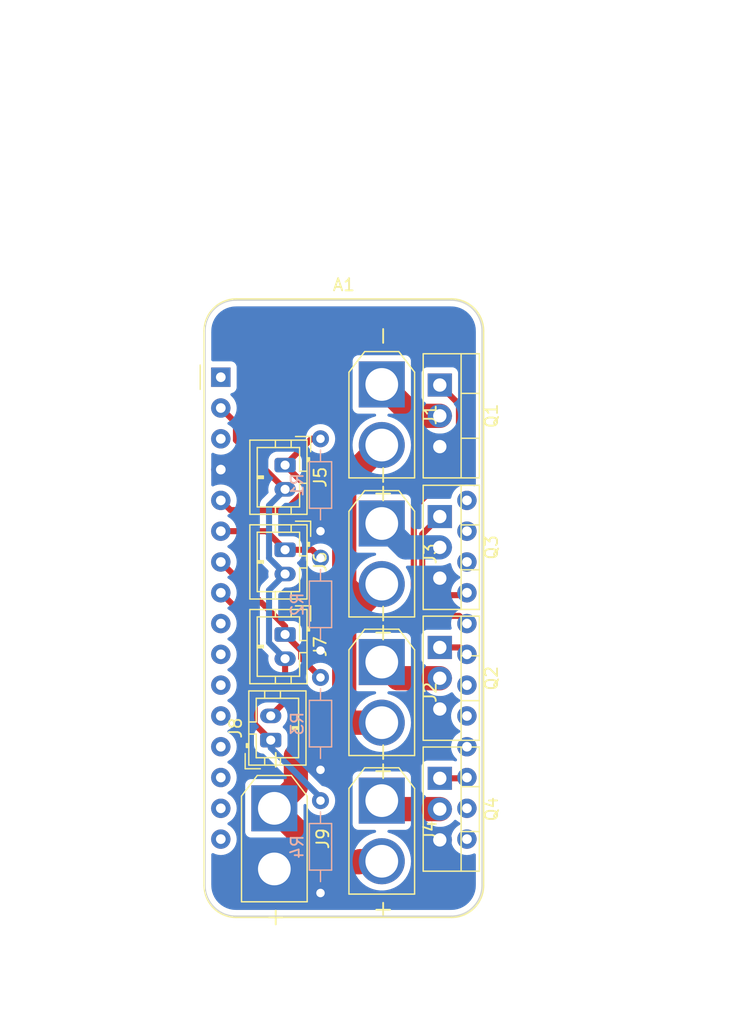
<source format=kicad_pcb>
(kicad_pcb (version 20211014) (generator pcbnew)
  (layers (0 "F.Cu" signal) (31 "B.Cu" signal) (34 "B.Paste" user) (35 "F.Paste" user) (36 "B.SilkS" user "B.Silkscreen") (37 "F.SilkS" user "F.Silkscreen") (38 "B.Mask" user) (39 "F.Mask" user) (44 "Edge.Cuts" user))
  (net 0 "")
  (net 1 "GND")
  (net 2 "D0")
  (net 3 "D1")
  (net 4 "D2")
  (net 5 "D3")
  (net 6 "+12V")
  (net 7 "Net-(J1-Pad1)")
  (net 8 "Net-(J2-Pad1)")
  (net 9 "Net-(J3-Pad1)")
  (net 10 "Net-(J4-Pad1)")
  (net 11 "RESET")
  (net 12 "3V3")
  (net 13 "AREF")
  (net 14 "A0")
  (net 15 "A1")
  (net 16 "A2")
  (net 17 "A3")
  (net 18 "A4")
  (net 19 "A5")
  (net 20 "SCK")
  (net 21 "MOSI")
  (net 22 "MISO")
  (net 23 "RX")
  (net 24 "TX")
  (net 25 "SPARE")
  (net 26 "SDA")
  (net 27 "SCL")
  (net 28 "D4")
  (net 29 "D5")
  (net 30 "D6")
  (net 31 "USB")
  (net 32 "EN")
  (net 33 "VBAT")
  (footprint "Connector_AMASS:AMASS_XT30U-M_1x02_P5.0mm_Vertical" (layer "F.Cu") (at 107.294189 64.095 -90)
    (fp_text reference "J1" (at 2.5 -4 90) (layer "F.SilkS"))
    (fp_text value "12V Out")
    (fp_text user "+" (at 9 0 90) (layer "F.SilkS") (effects (font (size 1.5 1.5))))
    (fp_text user "-" (at -4 0 90) (layer "F.SilkS") (effects (font (size 1.5 1.5))))
    (fp_line (start -2.71 -1.41) (end -1.01 -2.71) (layer "F.SilkS") (width 0.12))
    (fp_line (start -1.01 -2.71) (end 7.71 -2.71) (layer "F.SilkS") (width 0.12))
    (fp_line (start 7.71 -2.71) (end 7.71 2.71) (layer "F.SilkS") (width 0.12))
    (fp_line (start -2.71 1.41) (end -1.01 2.71) (layer "F.SilkS") (width 0.12))
    (fp_line (start -2.71 -1.41) (end -2.71 1.41) (layer "F.SilkS") (width 0.12))
    (fp_line (start -1.01 2.71) (end 7.71 2.71) (layer "F.SilkS") (width 0.12))
    (pad "1" thru_hole rect (at 0 0 270) (size 3.8 3.8) (drill 2.7) (layers *.Cu *.Mask) (net 7 "Net-(J1-Pad1)"))
    (pad "2" thru_hole circle (at 5 0 270) (size 3.8 3.8) (drill 2.7) (layers *.Cu *.Mask) (net 6 "+12V"))
  )
  (footprint "Package_TO_SOT_THT:TO-220-3_Vertical" (layer "F.Cu") (at 112.085 64.144348 -90)
    (fp_text reference "Q1" (at 2.54 -4.27 90) (layer "F.SilkS"))
    (fp_text value "IRLB8721PBF")
    (fp_line (start -2.58 -3.27) (end 7.66 -3.27) (layer "F.SilkS") (width 0.12))
    (fp_line (start 0.69 -3.27) (end 0.69 -1.76) (layer "F.SilkS") (width 0.12))
    (fp_line (start 4.391 -3.27) (end 4.391 -1.76) (layer "F.SilkS") (width 0.12))
    (fp_line (start -2.58 -1.76) (end 7.66 -1.76) (layer "F.SilkS") (width 0.12))
    (fp_line (start -2.58 1.371) (end 7.66 1.371) (layer "F.SilkS") (width 0.12))
    (fp_line (start 7.66 -3.27) (end 7.66 1.371) (layer "F.SilkS") (width 0.12))
    (fp_line (start -2.58 -3.27) (end -2.58 1.371) (layer "F.SilkS") (width 0.12))
    (pad "1" thru_hole rect (at 0 0 270) (size 1.905 2) (drill 1.1) (layers *.Cu *.Mask) (net 29 "D5"))
    (pad "2" thru_hole oval (at 2.54 0 270) (size 1.905 2) (drill 1.1) (layers *.Cu *.Mask) (net 7 "Net-(J1-Pad1)"))
    (pad "3" thru_hole oval (at 5.08 0 270) (size 1.905 2) (drill 1.1) (layers *.Cu *.Mask) (net 1 "GND"))
  )
  (footprint "clipboard:c1989ec3-c4ba-454b-9f1f-7a784e5b1c3f" (layer "F.Cu") (at 114.826051 57.893949)
    (fp_text reference "" (at 0 0) (layer "Edge.Cuts") (effects (font (size 1.27 1.27))))
    (fp_text value "" hide)
    (fp_line (start -22.116051 1.796051) (end -22.116051 47.516051) (layer "Edge.Cuts") (width 0.1))
    (fp_line (start 0.743949 47.516051) (end 0.743949 1.796051) (layer "Edge.Cuts") (width 0.1))
    (fp_line (start -19.576051 50.056051) (end -1.796051 50.056051) (layer "Edge.Cuts") (width 0.1))
    (fp_line (start -1.796051 -0.743949) (end -19.576051 -0.743949) (layer "Edge.Cuts") (width 0.1))
    (fp_arc (start -1.796051 -0.743949) (mid 0 0) (end 0.743949 1.796051) (layer "Edge.Cuts") (width 0.1))
    (fp_arc (start 0.743949 47.516051) (mid 0 49.312102) (end -1.796051 50.056051) (layer "Edge.Cuts") (width 0.1))
    (fp_arc (start -22.116051 1.796051) (mid -21.372102 0) (end -19.576051 -0.743949) (layer "Edge.Cuts") (width 0.1))
    (fp_arc (start -19.576051 50.056051) (mid -21.372102 49.312102) (end -22.116051 47.516051) (layer "Edge.Cuts") (width 0.1))
  )
  (footprint "Connector_AMASS:AMASS_XT30U-M_1x02_P5.0mm_Vertical" (layer "F.Cu") (at 107.294189 86.995 -90)
    (fp_text reference "J2" (at 2.5 -4 90) (layer "F.SilkS"))
    (fp_text value "12V Out")
    (fp_text user "-" (at -4 0 90) (layer "F.SilkS") (effects (font (size 1.5 1.5))))
    (fp_text user "+" (at 9 0 90) (layer "F.SilkS") (effects (font (size 1.5 1.5))))
    (fp_line (start -2.71 -1.41) (end -2.71 1.41) (layer "F.SilkS") (width 0.12))
    (fp_line (start -1.01 2.71) (end 7.71 2.71) (layer "F.SilkS") (width 0.12))
    (fp_line (start -2.71 -1.41) (end -1.01 -2.71) (layer "F.SilkS") (width 0.12))
    (fp_line (start 7.71 -2.71) (end 7.71 2.71) (layer "F.SilkS") (width 0.12))
    (fp_line (start -1.01 -2.71) (end 7.71 -2.71) (layer "F.SilkS") (width 0.12))
    (fp_line (start -2.71 1.41) (end -1.01 2.71) (layer "F.SilkS") (width 0.12))
    (pad "1" thru_hole rect (at 0 0 270) (size 3.8 3.8) (drill 2.7) (layers *.Cu *.Mask) (net 8 "Net-(J2-Pad1)"))
    (pad "2" thru_hole circle (at 5 0 270) (size 3.8 3.8) (drill 2.7) (layers *.Cu *.Mask) (net 6 "+12V"))
  )
  (footprint "Package_TO_SOT_THT:TO-220-3_Vertical" (layer "F.Cu") (at 112.085 74.994348 -90)
    (fp_text reference "Q3" (at 2.54 -4.27 90) (layer "F.SilkS"))
    (fp_text value "IRLB8721PBF")
    (fp_line (start 7.66 -3.27) (end 7.66 1.371) (layer "F.SilkS") (width 0.12))
    (fp_line (start -2.58 1.371) (end 7.66 1.371) (layer "F.SilkS") (width 0.12))
    (fp_line (start -2.58 -1.76) (end 7.66 -1.76) (layer "F.SilkS") (width 0.12))
    (fp_line (start 4.391 -3.27) (end 4.391 -1.76) (layer "F.SilkS") (width 0.12))
    (fp_line (start 0.69 -3.27) (end 0.69 -1.76) (layer "F.SilkS") (width 0.12))
    (fp_line (start -2.58 -3.27) (end 7.66 -3.27) (layer "F.SilkS") (width 0.12))
    (fp_line (start -2.58 -3.27) (end -2.58 1.371) (layer "F.SilkS") (width 0.12))
    (pad "1" thru_hole rect (at 0 0 270) (size 1.905 2) (drill 1.1) (layers *.Cu *.Mask) (net 30 "D6"))
    (pad "2" thru_hole oval (at 2.54 0 270) (size 1.905 2) (drill 1.1) (layers *.Cu *.Mask) (net 9 "Net-(J3-Pad1)"))
    (pad "3" thru_hole oval (at 5.08 0 270) (size 1.905 2) (drill 1.1) (layers *.Cu *.Mask) (net 1 "GND"))
  )
  (footprint "Connector_JST:JST_PH_B2B-PH-K_1x02_P2.00mm_Vertical" (layer "F.Cu") (at 99.312871 70.749911 -90)
    (fp_text reference "J5" (at 1 -2.9 90) (layer "F.SilkS"))
    (fp_text value "10k Analog Read")
    (fp_line (start -2.06 -1.81) (end -2.06 2.91) (layer "F.SilkS") (width 0.12))
    (fp_line (start 0.9 1.8) (end 1.1 1.8) (layer "F.SilkS") (width 0.12))
    (fp_line (start -2.06 -0.5) (end -1.45 -0.5) (layer "F.SilkS") (width 0.12))
    (fp_line (start -0.3 -2.01) (end -0.6 -2.01) (layer "F.SilkS") (width 0.12))
    (fp_line (start 1.1 1.8) (end 1.1 2.3) (layer "F.SilkS") (width 0.12))
    (fp_line (start 3.45 2.3) (end 3.45 -1.2) (layer "F.SilkS") (width 0.12))
    (fp_line (start -2.06 0.8) (end -1.45 0.8) (layer "F.SilkS") (width 0.12))
    (fp_line (start -0.3 -1.81) (end -0.3 -2.01) (layer "F.SilkS") (width 0.12))
    (fp_line (start -0.6 -2.01) (end -0.6 -1.81) (layer "F.SilkS") (width 0.12))
    (fp_line (start -1.11 -2.11) (end -2.36 -2.11) (layer "F.SilkS") (width 0.12))
    (fp_line (start 4.06 -0.5) (end 3.45 -0.5) (layer "F.SilkS") (width 0.12))
    (fp_line (start 4.06 2.91) (end 4.06 -1.81) (layer "F.SilkS") (width 0.12))
    (fp_line (start -0.3 -1.91) (end -0.6 -1.91) (layer "F.SilkS") (width 0.12))
    (fp_line (start -1.45 -1.2) (end -1.45 2.3) (layer "F.SilkS") (width 0.12))
    (fp_line (start 3.45 -1.2) (end 1.5 -1.2) (layer "F.SilkS") (width 0.12))
    (fp_line (start -1.45 2.3) (end 3.45 2.3) (layer "F.SilkS") (width 0.12))
    (fp_line (start 4.06 0.8) (end 3.45 0.8) (layer "F.SilkS") (width 0.12))
    (fp_line (start 0.9 2.3) (end 0.9 1.8) (layer "F.SilkS") (width 0.12))
    (fp_line (start 1 2.3) (end 1 1.8) (layer "F.SilkS") (width 0.12))
    (fp_line (start 0.5 -1.81) (end 0.5 -1.2) (layer "F.SilkS") (width 0.12))
    (fp_line (start 0.5 -1.2) (end -1.45 -1.2) (layer "F.SilkS") (width 0.12))
    (fp_line (start 1.5 -1.2) (end 1.5 -1.81) (layer "F.SilkS") (width 0.12))
    (fp_line (start -2.06 2.91) (end 4.06 2.91) (layer "F.SilkS") (width 0.12))
    (fp_line (start -2.36 -2.11) (end -2.36 -0.86) (layer "F.SilkS") (width 0.12))
    (fp_line (start 4.06 -1.81) (end -2.06 -1.81) (layer "F.SilkS") (width 0.12))
    (pad "1" thru_hole roundrect (at 0 0 270) (size 1.2 1.75) (drill 0.75) (layers *.Cu *.Mask) (roundrect_rratio 0.208333) (net 14 "A0"))
    (pad "2" thru_hole oval (at 2 0 270) (size 1.2 1.75) (drill 0.75) (layers *.Cu *.Mask) (net 12 "3V3"))
  )
  (footprint "Package_TO_SOT_THT:TO-220-3_Vertical" (layer "F.Cu") (at 112.085 85.789348 -90)
    (fp_text reference "Q2" (at 2.54 -4.27 90) (layer "F.SilkS"))
    (fp_text value "IRLB8721PBF")
    (fp_line (start 0.69 -3.27) (end 0.69 -1.76) (layer "F.SilkS") (width 0.12))
    (fp_line (start -2.58 -3.27) (end 7.66 -3.27) (layer "F.SilkS") (width 0.12))
    (fp_line (start 7.66 -3.27) (end 7.66 1.371) (layer "F.SilkS") (width 0.12))
    (fp_line (start -2.58 -3.27) (end -2.58 1.371) (layer "F.SilkS") (width 0.12))
    (fp_line (start -2.58 1.371) (end 7.66 1.371) (layer "F.SilkS") (width 0.12))
    (fp_line (start 4.391 -3.27) (end 4.391 -1.76) (layer "F.SilkS") (width 0.12))
    (fp_line (start -2.58 -1.76) (end 7.66 -1.76) (layer "F.SilkS") (width 0.12))
    (pad "1" thru_hole rect (at 0 0 270) (size 1.905 2) (drill 1.1) (layers *.Cu *.Mask) (net 28 "D4"))
    (pad "2" thru_hole oval (at 2.54 0 270) (size 1.905 2) (drill 1.1) (layers *.Cu *.Mask) (net 8 "Net-(J2-Pad1)"))
    (pad "3" thru_hole oval (at 5.08 0 270) (size 1.905 2) (drill 1.1) (layers *.Cu *.Mask) (net 1 "GND"))
  )
  (footprint "Package_TO_SOT_THT:TO-220-3_Vertical" (layer "F.Cu") (at 112.085 96.584348 -90)
    (fp_text reference "Q4" (at 2.54 -4.27 90) (layer "F.SilkS"))
    (fp_text value "IRLB8721PBF")
    (fp_line (start -2.58 -3.27) (end 7.66 -3.27) (layer "F.SilkS") (width 0.12))
    (fp_line (start 0.69 -3.27) (end 0.69 -1.76) (layer "F.SilkS") (width 0.12))
    (fp_line (start 4.391 -3.27) (end 4.391 -1.76) (layer "F.SilkS") (width 0.12))
    (fp_line (start -2.58 1.371) (end 7.66 1.371) (layer "F.SilkS") (width 0.12))
    (fp_line (start -2.58 -3.27) (end -2.58 1.371) (layer "F.SilkS") (width 0.12))
    (fp_line (start 7.66 -3.27) (end 7.66 1.371) (layer "F.SilkS") (width 0.12))
    (fp_line (start -2.58 -1.76) (end 7.66 -1.76) (layer "F.SilkS") (width 0.12))
    (pad "1" thru_hole rect (at 0 0 270) (size 1.905 2) (drill 1.1) (layers *.Cu *.Mask) (net 2 "D0"))
    (pad "2" thru_hole oval (at 2.54 0 270) (size 1.905 2) (drill 1.1) (layers *.Cu *.Mask) (net 10 "Net-(J4-Pad1)"))
    (pad "3" thru_hole oval (at 5.08 0 270) (size 1.905 2) (drill 1.1) (layers *.Cu *.Mask) (net 1 "GND"))
  )
  (footprint "Connector_JST:JST_PH_B2B-PH-K_1x02_P2.00mm_Vertical" (layer "F.Cu") (at 99.312871 84.719911 -90)
    (fp_text reference "J7" (at 1 -2.9 90) (layer "F.SilkS"))
    (fp_text value "10k Analog Read")
    (fp_line (start -2.06 0.8) (end -1.45 0.8) (layer "F.SilkS") (width 0.12))
    (fp_line (start -1.11 -2.11) (end -2.36 -2.11) (layer "F.SilkS") (width 0.12))
    (fp_line (start -2.06 -1.81) (end -2.06 2.91) (layer "F.SilkS") (width 0.12))
    (fp_line (start -0.6 -2.01) (end -0.6 -1.81) (layer "F.SilkS") (width 0.12))
    (fp_line (start 4.06 2.91) (end 4.06 -1.81) (layer "F.SilkS") (width 0.12))
    (fp_line (start -1.45 2.3) (end 3.45 2.3) (layer "F.SilkS") (width 0.12))
    (fp_line (start 1.5 -1.2) (end 1.5 -1.81) (layer "F.SilkS") (width 0.12))
    (fp_line (start 4.06 -1.81) (end -2.06 -1.81) (layer "F.SilkS") (width 0.12))
    (fp_line (start -2.06 2.91) (end 4.06 2.91) (layer "F.SilkS") (width 0.12))
    (fp_line (start -0.3 -2.01) (end -0.6 -2.01) (layer "F.SilkS") (width 0.12))
    (fp_line (start -0.3 -1.91) (end -0.6 -1.91) (layer "F.SilkS") (width 0.12))
    (fp_line (start 0.9 1.8) (end 1.1 1.8) (layer "F.SilkS") (width 0.12))
    (fp_line (start 4.06 -0.5) (end 3.45 -0.5) (layer "F.SilkS") (width 0.12))
    (fp_line (start 0.5 -1.2) (end -1.45 -1.2) (layer "F.SilkS") (width 0.12))
    (fp_line (start -0.3 -1.81) (end -0.3 -2.01) (layer "F.SilkS") (width 0.12))
    (fp_line (start 4.06 0.8) (end 3.45 0.8) (layer "F.SilkS") (width 0.12))
    (fp_line (start 0.9 2.3) (end 0.9 1.8) (layer "F.SilkS") (width 0.12))
    (fp_line (start 1.1 1.8) (end 1.1 2.3) (layer "F.SilkS") (width 0.12))
    (fp_line (start -1.45 -1.2) (end -1.45 2.3) (layer "F.SilkS") (width 0.12))
    (fp_line (start -2.36 -2.11) (end -2.36 -0.86) (layer "F.SilkS") (width 0.12))
    (fp_line (start 3.45 2.3) (end 3.45 -1.2) (layer "F.SilkS") (width 0.12))
    (fp_line (start -2.06 -0.5) (end -1.45 -0.5) (layer "F.SilkS") (width 0.12))
    (fp_line (start 3.45 -1.2) (end 1.5 -1.2) (layer "F.SilkS") (width 0.12))
    (fp_line (start 1 2.3) (end 1 1.8) (layer "F.SilkS") (width 0.12))
    (fp_line (start 0.5 -1.81) (end 0.5 -1.2) (layer "F.SilkS") (width 0.12))
    (pad "1" thru_hole roundrect (at 0 0 270) (size 1.2 1.75) (drill 0.75) (layers *.Cu *.Mask) (roundrect_rratio 0.208333) (net 16 "A2"))
    (pad "2" thru_hole oval (at 2 0 270) (size 1.2 1.75) (drill 0.75) (layers *.Cu *.Mask) (net 12 "3V3"))
  )
  (footprint "Connector_JST:JST_PH_B2B-PH-K_1x02_P2.00mm_Vertical" (layer "F.Cu") (at 98.127871 93.434911 90)
    (fp_text reference "J8" (at 1 -2.9 90) (layer "F.SilkS"))
    (fp_text value "10k Analog Read")
    (fp_line (start -0.3 -1.91) (end -0.6 -1.91) (layer "F.SilkS") (width 0.12))
    (fp_line (start -0.3 -2.01) (end -0.6 -2.01) (layer "F.SilkS") (width 0.12))
    (fp_line (start -2.06 2.91) (end 4.06 2.91) (layer "F.SilkS") (width 0.12))
    (fp_line (start 0.5 -1.81) (end 0.5 -1.2) (layer "F.SilkS") (width 0.12))
    (fp_line (start -2.06 0.8) (end -1.45 0.8) (layer "F.SilkS") (width 0.12))
    (fp_line (start 4.06 2.91) (end 4.06 -1.81) (layer "F.SilkS") (width 0.12))
    (fp_line (start -0.3 -1.81) (end -0.3 -2.01) (layer "F.SilkS") (width 0.12))
    (fp_line (start 1.5 -1.2) (end 1.5 -1.81) (layer "F.SilkS") (width 0.12))
    (fp_line (start 3.45 2.3) (end 3.45 -1.2) (layer "F.SilkS") (width 0.12))
    (fp_line (start 1 2.3) (end 1 1.8) (layer "F.SilkS") (width 0.12))
    (fp_line (start 4.06 -1.81) (end -2.06 -1.81) (layer "F.SilkS") (width 0.12))
    (fp_line (start -2.06 -0.5) (end -1.45 -0.5) (layer "F.SilkS") (width 0.12))
    (fp_line (start 0.9 2.3) (end 0.9 1.8) (layer "F.SilkS") (width 0.12))
    (fp_line (start 4.06 -0.5) (end 3.45 -0.5) (layer "F.SilkS") (width 0.12))
    (fp_line (start 1.1 1.8) (end 1.1 2.3) (layer "F.SilkS") (width 0.12))
    (fp_line (start -1.45 2.3) (end 3.45 2.3) (layer "F.SilkS") (width 0.12))
    (fp_line (start 0.5 -1.2) (end -1.45 -1.2) (layer "F.SilkS") (width 0.12))
    (fp_line (start 3.45 -1.2) (end 1.5 -1.2) (layer "F.SilkS") (width 0.12))
    (fp_line (start -0.6 -2.01) (end -0.6 -1.81) (layer "F.SilkS") (width 0.12))
    (fp_line (start 4.06 0.8) (end 3.45 0.8) (layer "F.SilkS") (width 0.12))
    (fp_line (start -2.36 -2.11) (end -2.36 -0.86) (layer "F.SilkS") (width 0.12))
    (fp_line (start -1.45 -1.2) (end -1.45 2.3) (layer "F.SilkS") (width 0.12))
    (fp_line (start 0.9 1.8) (end 1.1 1.8) (layer "F.SilkS") (width 0.12))
    (fp_line (start -1.11 -2.11) (end -2.36 -2.11) (layer "F.SilkS") (width 0.12))
    (fp_line (start -2.06 -1.81) (end -2.06 2.91) (layer "F.SilkS") (width 0.12))
    (pad "1" thru_hole roundrect (at 0 0 90) (size 1.2 1.75) (drill 0.75) (layers *.Cu *.Mask) (roundrect_rratio 0.208333) (net 17 "A3"))
    (pad "2" thru_hole oval (at 2 0 90) (size 1.2 1.75) (drill 0.75) (layers *.Cu *.Mask) (net 12 "3V3"))
  )
  (footprint "Connector_AMASS:AMASS_XT30U-F_1x02_P5.0mm_Vertical" (layer "F.Cu") (at 98.425 99.06 -90)
    (fp_text reference "J9" (at 2.5 -4 90) (layer "F.SilkS"))
    (fp_text value "12V In")
    (fp_text user "-" (at -4 0 90) (layer "F.SilkS") (effects (font (size 1.5 1.5))))
    (fp_text user "+" (at 9 0 90) (layer "F.SilkS") (effects (font (size 1.5 1.5))))
    (fp_line (start -2.71 1.41) (end -1.01 2.71) (layer "F.SilkS") (width 0.12))
    (fp_line (start -2.71 -1.41) (end -2.71 1.41) (layer "F.SilkS") (width 0.12))
    (fp_line (start -2.71 -1.41) (end -1.01 -2.71) (layer "F.SilkS") (width 0.12))
    (fp_line (start -1.01 -2.71) (end 7.71 -2.71) (layer "F.SilkS") (width 0.12))
    (fp_line (start -1.01 2.71) (end 7.71 2.71) (layer "F.SilkS") (width 0.12))
    (fp_line (start 7.71 -2.71) (end 7.71 2.71) (layer "F.SilkS") (width 0.12))
    (pad "1" thru_hole rect (at 0 0 270) (size 3.8 3.8) (drill 2.7) (layers *.Cu *.Mask) (net 6 "+12V"))
    (pad "2" thru_hole circle (at 5 0 270) (size 4 4) (drill 2.7) (layers *.Cu *.Mask) (net 1 "GND"))
  )
  (footprint "Module:Adafruit_Feather" (layer "F.Cu") (at 94.005 63.5)
    (fp_text reference "A1" (at 10.16 -7.62) (layer "F.SilkS"))
    (fp_text value "Adafruit_Feather_Generic")
    (fp_line (start -1.38 -3.81) (end -1.38 41.91) (layer "F.SilkS") (width 0.12))
    (fp_line (start 19.05 44.56) (end 1.27 44.56) (layer "F.SilkS") (width 0.12))
    (fp_line (start 19.05 -6.46) (end 1.27 -6.46) (layer "F.SilkS") (width 0.12))
    (fp_line (start 21.7 -3.81) (end 21.7 41.91) (layer "F.SilkS") (width 0.12))
    (fp_line (start -1.7 1) (end -1.7 -1) (layer "F.SilkS") (width 0.12))
    (fp_arc (start 1.27 44.56) (mid -0.603833 43.783833) (end -1.38 41.91) (layer "F.SilkS") (width 0.12))
    (fp_arc (start -1.38 -3.81) (mid -0.603833 -5.683833) (end 1.27 -6.46) (layer "F.SilkS") (width 0.12))
    (fp_arc (start 21.7 41.91) (mid 20.923833 43.783833) (end 19.05 44.56) (layer "F.SilkS") (width 0.12))
    (fp_arc (start 19.05 -6.46) (mid 20.923833 -5.683833) (end 21.7 -3.81) (layer "F.SilkS") (width 0.12))
    (pad "1" thru_hole rect locked (at 0 0 180) (size 1.6 1.6) (drill 0.8) (layers *.Cu *.Mask) (net 11 "RESET"))
    (pad "2" thru_hole circle locked (at 0 2.54 180) (size 1.6 1.6) (drill 0.8) (layers *.Cu *.Mask) (net 12 "3V3"))
    (pad "3" thru_hole circle locked (at 0 5.08 180) (size 1.6 1.6) (drill 0.8) (layers *.Cu *.Mask) (net 13 "AREF"))
    (pad "4" thru_hole circle locked (at 0 7.62 180) (size 1.6 1.6) (drill 0.8) (layers *.Cu *.Mask) (net 1 "GND"))
    (pad "5" thru_hole circle locked (at 0 10.16 180) (size 1.6 1.6) (drill 0.8) (layers *.Cu *.Mask) (net 14 "A0"))
    (pad "6" thru_hole circle locked (at 0 12.7 180) (size 1.6 1.6) (drill 0.8) (layers *.Cu *.Mask) (net 15 "A1"))
    (pad "7" thru_hole circle locked (at 0 15.24 180) (size 1.6 1.6) (drill 0.8) (layers *.Cu *.Mask) (net 16 "A2"))
    (pad "8" thru_hole circle locked (at 0 17.78 180) (size 1.6 1.6) (drill 0.8) (layers *.Cu *.Mask) (net 17 "A3"))
    (pad "9" thru_hole circle locked (at 0 20.32 180) (size 1.6 1.6) (drill 0.8) (layers *.Cu *.Mask) (net 18 "A4"))
    (pad "10" thru_hole circle locked (at 0 22.86 180) (size 1.6 1.6) (drill 0.8) (layers *.Cu *.Mask) (net 19 "A5"))
    (pad "11" thru_hole circle locked (at 0 25.4 180) (size 1.6 1.6) (drill 0.8) (layers *.Cu *.Mask) (net 20 "SCK"))
    (pad "12" thru_hole circle locked (at 0 27.94 180) (size 1.6 1.6) (drill 0.8) (layers *.Cu *.Mask) (net 21 "MOSI"))
    (pad "13" thru_hole circle locked (at 0 30.48 180) (size 1.6 1.6) (drill 0.8) (layers *.Cu *.Mask) (net 22 "MISO"))
    (pad "14" thru_hole circle locked (at 0 33.02 180) (size 1.6 1.6) (drill 0.8) (layers *.Cu *.Mask) (net 23 "RX"))
    (pad "15" thru_hole circle locked (at 0 35.56 180) (size 1.6 1.6) (drill 0.8) (layers *.Cu *.Mask) (net 24 "TX"))
    (pad "16" thru_hole circle locked (at 0 38.1 180) (size 1.6 1.6) (drill 0.8) (layers *.Cu *.Mask) (net 25 "SPARE"))
    (pad "17" thru_hole circle locked (at 20.32 38.1 180) (size 1.6 1.6) (drill 0.8) (layers *.Cu *.Mask) (net 26 "SDA"))
    (pad "18" thru_hole circle locked (at 20.32 35.56 180) (size 1.6 1.6) (drill 0.8) (layers *.Cu *.Mask) (net 27 "SCL"))
    (pad "19" thru_hole circle locked (at 20.32 33.02 180) (size 1.6 1.6) (drill 0.8) (layers *.Cu *.Mask) (net 2 "D0"))
    (pad "20" thru_hole circle locked (at 20.32 30.48 180) (size 1.6 1.6) (drill 0.8) (layers *.Cu *.Mask) (net 3 "D1"))
    (pad "21" thru_hole circle locked (at 20.32 27.94 180) (size 1.6 1.6) (drill 0.8) (layers *.Cu *.Mask) (net 4 "D2"))
    (pad "22" thru_hole circle locked (at 20.32 25.4 180) (size 1.6 1.6) (drill 0.8) (layers *.Cu *.Mask) (net 5 "D3"))
    (pad "23" thru_hole circle locked (at 20.32 22.86 180) (size 1.6 1.6) (drill 0.8) (layers *.Cu *.Mask) (net 28 "D4"))
    (pad "24" thru_hole circle locked (at 20.32 20.32 180) (size 1.6 1.6) (drill 0.8) (layers *.Cu *.Mask) (net 29 "D5"))
    (pad "25" thru_hole circle locked (at 20.32 17.78 180) (size 1.6 1.6) (drill 0.8) (layers *.Cu *.Mask) (net 30 "D6"))
    (pad "26" thru_hole circle locked (at 20.32 15.24 180) (size 1.6 1.6) (drill 0.8) (layers *.Cu *.Mask) (net 31 "USB"))
    (pad "27" thru_hole circle locked (at 20.32 12.7 180) (size 1.6 1.6) (drill 0.8) (layers *.Cu *.Mask) (net 32 "EN"))
    (pad "28" thru_hole circle locked (at 20.32 10.16 180) (size 1.6 1.6) (drill 0.8) (layers *.Cu *.Mask) (net 33 "VBAT"))
  )
  (footprint "Connector_JST:JST_PH_B2B-PH-K_1x02_P2.00mm_Vertical" (layer "F.Cu") (at 99.312871 77.734911 -90)
    (fp_text reference "J6" (at 1 -2.9 90) (layer "F.SilkS"))
    (fp_text value "10k Analog Read")
    (fp_line (start 3.45 2.3) (end 3.45 -1.2) (layer "F.SilkS") (width 0.12))
    (fp_line (start 4.06 2.91) (end 4.06 -1.81) (layer "F.SilkS") (width 0.12))
    (fp_line (start 1 2.3) (end 1 1.8) (layer "F.SilkS") (width 0.12))
    (fp_line (start -2.06 0.8) (end -1.45 0.8) (layer "F.SilkS") (width 0.12))
    (fp_line (start 0.9 1.8) (end 1.1 1.8) (layer "F.SilkS") (width 0.12))
    (fp_line (start -0.6 -2.01) (end -0.6 -1.81) (layer "F.SilkS") (width 0.12))
    (fp_line (start 0.5 -1.81) (end 0.5 -1.2) (layer "F.SilkS") (width 0.12))
    (fp_line (start -0.3 -1.91) (end -0.6 -1.91) (layer "F.SilkS") (width 0.12))
    (fp_line (start -0.3 -1.81) (end -0.3 -2.01) (layer "F.SilkS") (width 0.12))
    (fp_line (start -1.45 2.3) (end 3.45 2.3) (layer "F.SilkS") (width 0.12))
    (fp_line (start -0.3 -2.01) (end -0.6 -2.01) (layer "F.SilkS") (width 0.12))
    (fp_line (start 3.45 -1.2) (end 1.5 -1.2) (layer "F.SilkS") (width 0.12))
    (fp_line (start 0.9 2.3) (end 0.9 1.8) (layer "F.SilkS") (width 0.12))
    (fp_line (start -1.45 -1.2) (end -1.45 2.3) (layer "F.SilkS") (width 0.12))
    (fp_line (start -1.11 -2.11) (end -2.36 -2.11) (layer "F.SilkS") (width 0.12))
    (fp_line (start 4.06 0.8) (end 3.45 0.8) (layer "F.SilkS") (width 0.12))
    (fp_line (start 1.1 1.8) (end 1.1 2.3) (layer "F.SilkS") (width 0.12))
    (fp_line (start -2.06 2.91) (end 4.06 2.91) (layer "F.SilkS") (width 0.12))
    (fp_line (start -2.36 -2.11) (end -2.36 -0.86) (layer "F.SilkS") (width 0.12))
    (fp_line (start 4.06 -1.81) (end -2.06 -1.81) (layer "F.SilkS") (width 0.12))
    (fp_line (start 4.06 -0.5) (end 3.45 -0.5) (layer "F.SilkS") (width 0.12))
    (fp_line (start -2.06 -0.5) (end -1.45 -0.5) (layer "F.SilkS") (width 0.12))
    (fp_line (start -2.06 -1.81) (end -2.06 2.91) (layer "F.SilkS") (width 0.12))
    (fp_line (start 1.5 -1.2) (end 1.5 -1.81) (layer "F.SilkS") (width 0.12))
    (fp_line (start 0.5 -1.2) (end -1.45 -1.2) (layer "F.SilkS") (width 0.12))
    (pad "1" thru_hole roundrect (at 0 0 270) (size 1.2 1.75) (drill 0.75) (layers *.Cu *.Mask) (roundrect_rratio 0.208333) (net 15 "A1"))
    (pad "2" thru_hole oval (at 2 0 270) (size 1.2 1.75) (drill 0.75) (layers *.Cu *.Mask) (net 12 "3V3"))
  )
  (footprint "Connector_AMASS:AMASS_XT30U-M_1x02_P5.0mm_Vertical" (layer "F.Cu") (at 107.294189 98.425 -90)
    (fp_text reference "J4" (at 2.5 -4 90) (layer "F.SilkS"))
    (fp_text value "12V Out")
    (fp_text user "-" (at -4 0 90) (layer "F.SilkS") (effects (font (size 1.5 1.5))))
    (fp_text user "+" (at 9 0 90) (layer "F.SilkS") (effects (font (size 1.5 1.5))))
    (fp_line (start -2.71 -1.41) (end -1.01 -2.71) (layer "F.SilkS") (width 0.12))
    (fp_line (start 7.71 -2.71) (end 7.71 2.71) (layer "F.SilkS") (width 0.12))
    (fp_line (start -2.71 -1.41) (end -2.71 1.41) (layer "F.SilkS") (width 0.12))
    (fp_line (start -1.01 2.71) (end 7.71 2.71) (layer "F.SilkS") (width 0.12))
    (fp_line (start -2.71 1.41) (end -1.01 2.71) (layer "F.SilkS") (width 0.12))
    (fp_line (start -1.01 -2.71) (end 7.71 -2.71) (layer "F.SilkS") (width 0.12))
    (pad "1" thru_hole rect (at 0 0 270) (size 3.8 3.8) (drill 2.7) (layers *.Cu *.Mask) (net 10 "Net-(J4-Pad1)"))
    (pad "2" thru_hole circle (at 5 0 270) (size 3.8 3.8) (drill 2.7) (layers *.Cu *.Mask) (net 6 "+12V"))
  )
  (footprint "Connector_AMASS:AMASS_XT30U-M_1x02_P5.0mm_Vertical" (layer "F.Cu") (at 107.294189 75.565 -90)
    (fp_text reference "J3" (at 2.5 -4 90) (layer "F.SilkS"))
    (fp_text value "12V Out")
    (fp_text user "-" (at -4 0 90) (layer "F.SilkS") (effects (font (size 1.5 1.5))))
    (fp_text user "+" (at 9 0 90) (layer "F.SilkS") (effects (font (size 1.5 1.5))))
    (fp_line (start -2.71 1.41) (end -1.01 2.71) (layer "F.SilkS") (width 0.12))
    (fp_line (start 7.71 -2.71) (end 7.71 2.71) (layer "F.SilkS") (width 0.12))
    (fp_line (start -1.01 2.71) (end 7.71 2.71) (layer "F.SilkS") (width 0.12))
    (fp_line (start -2.71 -1.41) (end -2.71 1.41) (layer "F.SilkS") (width 0.12))
    (fp_line (start -2.71 -1.41) (end -1.01 -2.71) (layer "F.SilkS") (width 0.12))
    (fp_line (start -1.01 -2.71) (end 7.71 -2.71) (layer "F.SilkS") (width 0.12))
    (pad "1" thru_hole rect (at 0 0 270) (size 3.8 3.8) (drill 2.7) (layers *.Cu *.Mask) (net 9 "Net-(J3-Pad1)"))
    (pad "2" thru_hole circle (at 5 0 270) (size 3.8 3.8) (drill 2.7) (layers *.Cu *.Mask) (net 6 "+12V"))
  )
  (footprint "Resistor_THT:R_Axial_DIN0204_L3.6mm_D1.6mm_P7.62mm_Horizontal" (layer "B.Cu") (at 102.235 68.58 -90)
    (fp_text reference "R1" (at 3.81 1.92 90) (layer "B.SilkS") (effects (justify mirror)))
    (fp_text value "R_US")
    (fp_line (start 5.73 0.92) (end 1.89 0.92) (layer "B.SilkS") (width 0.12))
    (fp_line (start 1.89 0.92) (end 1.89 -0.92) (layer "B.SilkS") (width 0.12))
    (fp_line (start 6.68 0) (end 5.73 0) (layer "B.SilkS") (width 0.12))
    (fp_line (start 0.94 0) (end 1.89 0) (layer "B.SilkS") (width 0.12))
    (fp_line (start 5.73 -0.92) (end 5.73 0.92) (layer "B.SilkS") (width 0.12))
    (fp_line (start 1.89 -0.92) (end 5.73 -0.92) (layer "B.SilkS") (width 0.12))
    (pad "1" thru_hole circle (at 0 0 270) (size 1.4 1.4) (drill 0.7) (layers *.Cu *.Mask) (net 14 "A0"))
    (pad "2" thru_hole oval (at 7.62 0 270) (size 1.4 1.4) (drill 0.7) (layers *.Cu *.Mask) (net 1 "GND"))
  )
  (footprint "Resistor_THT:R_Axial_DIN0204_L3.6mm_D1.6mm_P7.62mm_Horizontal" (layer "B.Cu") (at 102.235 88.265 -90)
    (fp_text reference "R3" (at 3.81 1.92 90) (layer "B.SilkS") (effects (justify mirror)))
    (fp_text value "R_US")
    (fp_line (start 1.89 -0.92) (end 5.73 -0.92) (layer "B.SilkS") (width 0.12))
    (fp_line (start 1.89 0.92) (end 1.89 -0.92) (layer "B.SilkS") (width 0.12))
    (fp_line (start 5.73 0.92) (end 1.89 0.92) (layer "B.SilkS") (width 0.12))
    (fp_line (start 6.68 0) (end 5.73 0) (layer "B.SilkS") (width 0.12))
    (fp_line (start 5.73 -0.92) (end 5.73 0.92) (layer "B.SilkS") (width 0.12))
    (fp_line (start 0.94 0) (end 1.89 0) (layer "B.SilkS") (width 0.12))
    (pad "1" thru_hole circle (at 0 0 270) (size 1.4 1.4) (drill 0.7) (layers *.Cu *.Mask) (net 16 "A2"))
    (pad "2" thru_hole oval (at 7.62 0 270) (size 1.4 1.4) (drill 0.7) (layers *.Cu *.Mask) (net 1 "GND"))
  )
  (footprint "Resistor_THT:R_Axial_DIN0204_L3.6mm_D1.6mm_P7.62mm_Horizontal" (layer "B.Cu") (at 102.235 78.425 -90)
    (fp_text reference "R2" (at 3.81 1.92 90) (layer "B.SilkS") (effects (justify mirror)))
    (fp_text value "R_US")
    (fp_line (start 1.89 0.92) (end 1.89 -0.92) (layer "B.SilkS") (width 0.12))
    (fp_line (start 5.73 0.92) (end 1.89 0.92) (layer "B.SilkS") (width 0.12))
    (fp_line (start 1.89 -0.92) (end 5.73 -0.92) (layer "B.SilkS") (width 0.12))
    (fp_line (start 5.73 -0.92) (end 5.73 0.92) (layer "B.SilkS") (width 0.12))
    (fp_line (start 6.68 0) (end 5.73 0) (layer "B.SilkS") (width 0.12))
    (fp_line (start 0.94 0) (end 1.89 0) (layer "B.SilkS") (width 0.12))
    (pad "1" thru_hole circle (at 0 0 270) (size 1.4 1.4) (drill 0.7) (layers *.Cu *.Mask) (net 15 "A1"))
    (pad "2" thru_hole oval (at 7.62 0 270) (size 1.4 1.4) (drill 0.7) (layers *.Cu *.Mask) (net 1 "GND"))
  )
  (footprint "Resistor_THT:R_Axial_DIN0204_L3.6mm_D1.6mm_P7.62mm_Horizontal" (layer "B.Cu") (at 102.235 98.425 -90)
    (fp_text reference "R4" (at 3.81 1.92 90) (layer "B.SilkS") (effects (justify mirror)))
    (fp_text value "R_US")
    (fp_line (start 0.94 0) (end 1.89 0) (layer "B.SilkS") (width 0.12))
    (fp_line (start 6.68 0) (end 5.73 0) (layer "B.SilkS") (width 0.12))
    (fp_line (start 1.89 0.92) (end 1.89 -0.92) (layer "B.SilkS") (width 0.12))
    (fp_line (start 5.73 -0.92) (end 5.73 0.92) (layer "B.SilkS") (width 0.12))
    (fp_line (start 1.89 -0.92) (end 5.73 -0.92) (layer "B.SilkS") (width 0.12))
    (fp_line (start 5.73 0.92) (end 1.89 0.92) (layer "B.SilkS") (width 0.12))
    (pad "1" thru_hole circle (at 0 0 270) (size 1.4 1.4) (drill 0.7) (layers *.Cu *.Mask) (net 17 "A3"))
    (pad "2" thru_hole oval (at 7.62 0 270) (size 1.4 1.4) (drill 0.7) (layers *.Cu *.Mask) (net 1 "GND"))
  )
  (segment (start 112.085 96.584348) (end 114.260652 96.584348) (width 0.5) (layer "F.Cu") (net 2))
  (segment (start 114.260652 96.584348) (end 114.325 96.52) (width 0.5) (layer "F.Cu") (net 2))
  (segment (start 100.202871 94.742129) (end 102.95 91.995) (width 2) (layer "F.Cu") (net 6))
  (segment (start 104.194189 90.750811) (end 102.95 91.995) (width 2) (layer "F.Cu") (net 6))
  (segment (start 107.294189 80.565) (end 105.677095 82.182095) (width 2) (layer "F.Cu") (net 6))
  (segment (start 102.95 91.995) (end 107.294189 91.995) (width 2) (layer "F.Cu") (net 6))
  (segment (start 104.194189 72.195) (end 104.194189 80.699189) (width 2) (layer "F.Cu") (net 6))
  (segment (start 100.202871 97.282129) (end 100.202871 94.742129) (width 2) (layer "F.Cu") (net 6))
  (segment (start 104.194189 80.699189) (end 105.677095 82.182095) (width 2) (layer "F.Cu") (net 6))
  (segment (start 105.677095 82.182095) (end 104.194189 83.665) (width 2) (layer "F.Cu") (net 6))
  (segment (start 105.49 103.425) (end 105.41 103.505) (width 2) (layer "F.Cu") (net 6))
  (segment (start 102.87 103.505) (end 105.41 103.505) (width 2) (layer "F.Cu") (net 6))
  (segment (start 107.294189 103.425) (end 105.49 103.425) (width 2) (layer "F.Cu") (net 6))
  (segment (start 104.194189 83.665) (end 104.194189 90.750811) (width 2) (layer "F.Cu") (net 6))
  (segment (start 98.425 99.06) (end 100.202871 97.282129) (width 2) (layer "F.Cu") (net 6))
  (segment (start 107.294189 69.095) (end 104.194189 72.195) (width 2) (layer "F.Cu") (net 6))
  (segment (start 98.425 99.06) (end 102.87 103.505) (width 2) (layer "F.Cu") (net 6))
  (segment (start 109.883537 66.684348) (end 112.085 66.684348) (width 2) (layer "F.Cu") (net 7))
  (segment (start 107.294189 64.095) (end 109.883537 66.684348) (width 2) (layer "F.Cu") (net 7))
  (segment (start 112.085 88.329348) (end 108.628537 88.329348) (width 2) (layer "F.Cu") (net 8))
  (segment (start 108.628537 88.329348) (end 107.294189 86.995) (width 2) (layer "F.Cu") (net 8))
  (segment (start 112.085 77.534348) (end 109.263537 77.534348) (width 2) (layer "B.Cu") (net 9))
  (segment (start 109.263537 77.534348) (end 107.294189 75.565) (width 2) (layer "B.Cu") (net 9))
  (segment (start 112.085 99.124348) (end 107.993537 99.124348) (width 2) (layer "F.Cu") (net 10))
  (segment (start 107.993537 99.124348) (end 107.294189 98.425) (width 2) (layer "F.Cu") (net 10))
  (segment (start 99.312871 72.749911) (end 95.255 68.69204) (width 0.5) (layer "F.Cu") (net 12))
  (segment (start 95.255 68.69204) (end 95.255 67.29) (width 0.5) (layer "F.Cu") (net 12))
  (segment (start 95.255 67.29) (end 94.005 66.04) (width 0.5) (layer "F.Cu") (net 12))
  (segment (start 99.312871 86.719911) (end 99.312871 90.249911) (width 0.5) (layer "F.Cu") (net 12))
  (segment (start 99.312871 90.249911) (end 98.127871 91.434911) (width 0.5) (layer "F.Cu") (net 12))
  (segment (start 97.987871 74.074911) (end 99.312871 72.749911) (width 0.5) (layer "B.Cu") (net 12))
  (segment (start 99.312871 86.719911) (end 97.987871 85.394911) (width 0.5) (layer "B.Cu") (net 12))
  (segment (start 97.987871 81.059911) (end 99.312871 79.734911) (width 0.5) (layer "B.Cu") (net 12))
  (segment (start 97.987871 85.394911) (end 97.987871 81.059911) (width 0.5) (layer "B.Cu") (net 12))
  (segment (start 99.312871 79.734911) (end 97.987871 78.409911) (width 0.5) (layer "B.Cu") (net 12))
  (segment (start 97.987871 78.409911) (end 97.987871 74.074911) (width 0.5) (layer "B.Cu") (net 12))
  (segment (start 99.362707 74.459999) (end 100.965 72.857706) (width 0.5) (layer "F.Cu") (net 14))
  (segment (start 94.005 73.66) (end 94.804999 74.459999) (width 0.5) (layer "F.Cu") (net 14))
  (segment (start 100.965 72.857706) (end 100.965 72.40204) (width 0.5) (layer "F.Cu") (net 14))
  (segment (start 101.482782 68.58) (end 99.312871 70.749911) (width 0.5) (layer "F.Cu") (net 14))
  (segment (start 100.965 72.40204) (end 99.312871 70.749911) (width 0.5) (layer "F.Cu") (net 14))
  (segment (start 102.235 68.58) (end 101.482782 68.58) (width 0.5) (layer "F.Cu") (net 14))
  (segment (start 94.804999 74.459999) (end 99.362707 74.459999) (width 0.5) (layer "F.Cu") (net 14))
  (segment (start 99.312871 77.734911) (end 97.77796 76.2) (width 0.5) (layer "F.Cu") (net 15))
  (segment (start 99.312871 77.734911) (end 101.544911 77.734911) (width 0.5) (layer "F.Cu") (net 15))
  (segment (start 97.77796 76.2) (end 94.005 76.2) (width 0.5) (layer "F.Cu") (net 15))
  (segment (start 101.544911 77.734911) (end 102.235 78.425) (width 0.5) (layer "F.Cu") (net 15))
  (segment (start 99.312871 84.719911) (end 100.637871 86.044911) (width 0.5) (layer "F.Cu") (net 16))
  (segment (start 99.312871 84.047871) (end 94.005 78.74) (width 0.5) (layer "F.Cu") (net 16))
  (segment (start 100.637871 86.044911) (end 100.637871 86.667871) (width 0.5) (layer "F.Cu") (net 16))
  (segment (start 99.312871 84.719911) (end 99.312871 84.047871) (width 0.5) (layer "F.Cu") (net 16))
  (segment (start 100.637871 86.667871) (end 102.235 88.265) (width 0.5) (layer "F.Cu") (net 16))
  (segment (start 96.802871 92.109911) (end 96.802871 84.077871) (width 0.5) (layer "F.Cu") (net 17))
  (segment (start 96.802871 84.077871) (end 94.005 81.28) (width 0.5) (layer "F.Cu") (net 17))
  (segment (start 98.127871 93.434911) (end 96.802871 92.109911) (width 0.5) (layer "F.Cu") (net 17))
  (segment (start 98.127871 94.062871) (end 98.127871 93.434911) (width 0.5) (layer "B.Cu") (net 17))
  (segment (start 102.235 98.425) (end 102.235 98.17) (width 0.5) (layer "B.Cu") (net 17))
  (segment (start 102.235 98.17) (end 98.127871 94.062871) (width 0.5) (layer "B.Cu") (net 17))
  (segment (start 113.754348 85.789348) (end 114.325 86.36) (width 0.5) (layer "F.Cu") (net 28))
  (segment (start 112.085 85.789348) (end 113.754348 85.789348) (width 0.5) (layer "F.Cu") (net 28))
  (segment (start 109.935 80.945233) (end 112.174767 83.185) (width 0.5) (layer "F.Cu") (net 29))
  (segment (start 112.174767 83.185) (end 113.69 83.185) (width 0.5) (layer "F.Cu") (net 29))
  (segment (start 109.935 74.291848) (end 109.935 80.945233) (width 0.5) (layer "F.Cu") (net 29))
  (segment (start 112.085 64.144348) (end 113.665 65.724348) (width 0.5) (layer "F.Cu") (net 29))
  (segment (start 113.665 70.561848) (end 109.935 74.291848) (width 0.5) (layer "F.Cu") (net 29))
  (segment (start 113.665 65.724348) (end 113.665 70.561848) (width 0.5) (layer "F.Cu") (net 29))
  (segment (start 113.69 83.185) (end 114.325 83.82) (width 0.5) (layer "F.Cu") (net 29))
  (segment (start 110.635 80.655283) (end 111.456565 81.476848) (width 0.5) (layer "F.Cu") (net 30))
  (segment (start 114.128152 81.476848) (end 114.325 81.28) (width 0.5) (layer "F.Cu") (net 30))
  (segment (start 110.635 76.444348) (end 110.635 80.655283) (width 0.5) (layer "F.Cu") (net 30))
  (segment (start 112.085 74.994348) (end 110.635 76.444348) (width 0.5) (layer "F.Cu") (net 30))
  (segment (start 111.456565 81.476848) (end 114.128152 81.476848) (width 0.5) (layer "F.Cu") (net 30))
  (zone (net 1) (net_name "GND") (layer "B.Cu") (connect_pads yes (clearance 0.508)) (min_thickness 0.254) (fill yes (thermal_gap 0.508) (thermal_bridge_width 0.508))
    (polygon (pts (xy 137.795 50.8) (xy 132.08 114.3) (xy 81.915 116.84) (xy 76.2 59.055) (xy 130.81 32.385)))
  )
)
</source>
